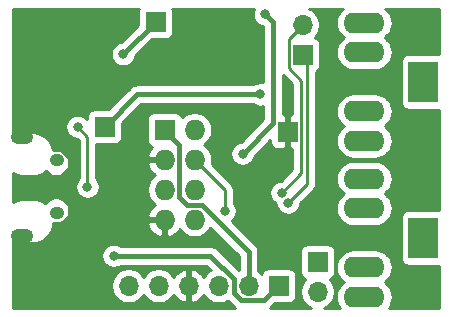
<source format=gbr>
G04 #@! TF.GenerationSoftware,KiCad,Pcbnew,5.1.6+dfsg1-1*
G04 #@! TF.CreationDate,2021-03-01T10:48:13-07:00*
G04 #@! TF.ProjectId,CurrentSensorV1,43757272-656e-4745-9365-6e736f725631,rev?*
G04 #@! TF.SameCoordinates,Original*
G04 #@! TF.FileFunction,Copper,L2,Bot*
G04 #@! TF.FilePolarity,Positive*
%FSLAX46Y46*%
G04 Gerber Fmt 4.6, Leading zero omitted, Abs format (unit mm)*
G04 Created by KiCad (PCBNEW 5.1.6+dfsg1-1) date 2021-03-01 10:48:13*
%MOMM*%
%LPD*%
G01*
G04 APERTURE LIST*
G04 #@! TA.AperFunction,ComponentPad*
%ADD10O,1.250000X1.050000*%
G04 #@! TD*
G04 #@! TA.AperFunction,ComponentPad*
%ADD11O,1.900000X1.200000*%
G04 #@! TD*
G04 #@! TA.AperFunction,ComponentPad*
%ADD12O,1.700000X1.700000*%
G04 #@! TD*
G04 #@! TA.AperFunction,ComponentPad*
%ADD13R,1.700000X1.700000*%
G04 #@! TD*
G04 #@! TA.AperFunction,ComponentPad*
%ADD14O,1.727200X1.727200*%
G04 #@! TD*
G04 #@! TA.AperFunction,ComponentPad*
%ADD15R,1.727200X1.727200*%
G04 #@! TD*
G04 #@! TA.AperFunction,ComponentPad*
%ADD16O,3.500000X1.750000*%
G04 #@! TD*
G04 #@! TA.AperFunction,ComponentPad*
%ADD17R,2.500000X3.500000*%
G04 #@! TD*
G04 #@! TA.AperFunction,ViaPad*
%ADD18C,0.800000*%
G04 #@! TD*
G04 #@! TA.AperFunction,Conductor*
%ADD19C,0.400000*%
G04 #@! TD*
G04 #@! TA.AperFunction,Conductor*
%ADD20C,0.250000*%
G04 #@! TD*
G04 #@! TA.AperFunction,Conductor*
%ADD21C,0.254000*%
G04 #@! TD*
G04 APERTURE END LIST*
D10*
G04 #@! TO.P,J1,SH*
G04 #@! TO.N,N/C*
X137231000Y-78801000D03*
D11*
X134231000Y-76851000D03*
X134231000Y-85201000D03*
D10*
X137231000Y-83251000D03*
G04 #@! TD*
D12*
G04 #@! TO.P,J6,2*
G04 #@! TO.N,AIN0*
X159258000Y-89916000D03*
D13*
G04 #@! TO.P,J6,1*
G04 #@! TO.N,AIN1*
X159258000Y-87376000D03*
G04 #@! TD*
D14*
G04 #@! TO.P,U2,8*
G04 #@! TO.N,FTDI_TX*
X148844000Y-83820000D03*
G04 #@! TO.P,U2,7*
G04 #@! TO.N,+3V3*
X146304000Y-83820000D03*
G04 #@! TO.P,U2,6*
G04 #@! TO.N,SDA*
X148844000Y-81280000D03*
G04 #@! TO.P,U2,5*
G04 #@! TO.N,RST*
X146304000Y-81280000D03*
G04 #@! TO.P,U2,4*
G04 #@! TO.N,SCL*
X148844000Y-78740000D03*
G04 #@! TO.P,U2,3*
G04 #@! TO.N,+3V3*
X146304000Y-78740000D03*
G04 #@! TO.P,U2,2*
G04 #@! TO.N,ADDR*
X148844000Y-76200000D03*
D15*
G04 #@! TO.P,U2,1*
G04 #@! TO.N,FTDI_RX*
X146304000Y-76200000D03*
G04 #@! TD*
D13*
G04 #@! TO.P,TP2,1*
G04 #@! TO.N,+3V3*
X156718000Y-76352000D03*
G04 #@! TD*
D16*
G04 #@! TO.P,J8,5*
G04 #@! TO.N,N/C*
X163214000Y-69636000D03*
G04 #@! TO.P,J8,4*
X163214000Y-74636000D03*
G04 #@! TO.P,J8,3*
G04 #@! TO.N,AIN3*
X163214000Y-67136000D03*
G04 #@! TO.P,J8,2*
G04 #@! TO.N,Net-(J8-Pad2)*
X163214000Y-77136000D03*
D17*
G04 #@! TO.P,J8,1*
G04 #@! TO.N,AIN2*
X168220000Y-72136000D03*
G04 #@! TD*
D16*
G04 #@! TO.P,J3,5*
G04 #@! TO.N,N/C*
X163214000Y-82844000D03*
G04 #@! TO.P,J3,4*
X163214000Y-87844000D03*
G04 #@! TO.P,J3,3*
G04 #@! TO.N,AIN1*
X163214000Y-80344000D03*
G04 #@! TO.P,J3,2*
G04 #@! TO.N,Net-(J3-Pad2)*
X163214000Y-90344000D03*
D17*
G04 #@! TO.P,J3,1*
G04 #@! TO.N,AIN0*
X168220000Y-85344000D03*
G04 #@! TD*
D13*
G04 #@! TO.P,TP3,1*
G04 #@! TO.N,ADDR*
X145542000Y-67056000D03*
G04 #@! TD*
G04 #@! TO.P,TP1,1*
G04 #@! TO.N,VBUS*
X141224000Y-75946000D03*
G04 #@! TD*
D12*
G04 #@! TO.P,J7,2*
G04 #@! TO.N,AIN2*
X157988000Y-67310000D03*
D13*
G04 #@! TO.P,J7,1*
G04 #@! TO.N,AIN3*
X157988000Y-69850000D03*
G04 #@! TD*
D12*
G04 #@! TO.P,J2,6*
G04 #@! TO.N,ADDR*
X143256000Y-89408000D03*
G04 #@! TO.P,J2,5*
G04 #@! TO.N,Net-(J2-Pad5)*
X145796000Y-89408000D03*
G04 #@! TO.P,J2,4*
G04 #@! TO.N,+3V3*
X148336000Y-89408000D03*
G04 #@! TO.P,J2,3*
G04 #@! TO.N,FTDI_TX*
X150876000Y-89408000D03*
G04 #@! TO.P,J2,2*
G04 #@! TO.N,FTDI_RX*
X153416000Y-89408000D03*
D13*
G04 #@! TO.P,J2,1*
G04 #@! TO.N,Net-(C6-Pad2)*
X155956000Y-89408000D03*
G04 #@! TD*
D18*
G04 #@! TO.N,VBUS*
X154418000Y-73202000D03*
G04 #@! TO.N,SCL*
X151384000Y-83058000D03*
G04 #@! TO.N,SDA*
X152908000Y-78232000D03*
X154787996Y-66425999D03*
G04 #@! TO.N,ADDR*
X142792000Y-69806000D03*
X138938000Y-75946000D03*
X139778500Y-81026000D03*
G04 #@! TO.N,Net-(C6-Pad2)*
X141986000Y-86868000D03*
G04 #@! TO.N,AIN2*
X156210000Y-81534000D03*
G04 #@! TO.N,AIN3*
X156764701Y-82366051D03*
G04 #@! TD*
D19*
G04 #@! TO.N,VBUS*
X143968000Y-73202000D02*
X154418000Y-73202000D01*
X141224000Y-75946000D02*
X143968000Y-73202000D01*
D20*
G04 #@! TO.N,SCL*
X151384000Y-81280000D02*
X148844000Y-78740000D01*
X151384000Y-83058000D02*
X151384000Y-81280000D01*
D19*
G04 #@! TO.N,SDA*
X155467999Y-67106002D02*
X154787996Y-66425999D01*
X155467999Y-75672001D02*
X155467999Y-67106002D01*
X152908000Y-78232000D02*
X155467999Y-75672001D01*
G04 #@! TO.N,ADDR*
X149352000Y-76104544D02*
X149352000Y-75946000D01*
X145542000Y-67056000D02*
X142792000Y-69806000D01*
D20*
X139778500Y-76786500D02*
X139778500Y-81026000D01*
X138938000Y-75946000D02*
X139778500Y-76786500D01*
D19*
G04 #@! TO.N,Net-(C6-Pad2)*
X152815999Y-90658001D02*
X154705999Y-90658001D01*
X152165999Y-90008001D02*
X152815999Y-90658001D01*
X152165999Y-88847997D02*
X152165999Y-90008001D01*
X150186002Y-86868000D02*
X152165999Y-88847997D01*
X154705999Y-90658001D02*
X155956000Y-89408000D01*
X141986000Y-86868000D02*
X150186002Y-86868000D01*
G04 #@! TO.N,FTDI_RX*
X147567601Y-77463601D02*
X146304000Y-76200000D01*
X147567601Y-81873731D02*
X147567601Y-77463601D01*
X148237471Y-82543601D02*
X147567601Y-81873731D01*
X149437731Y-82543601D02*
X148237471Y-82543601D01*
X153416000Y-86521870D02*
X149437731Y-82543601D01*
X153416000Y-89408000D02*
X153416000Y-86521870D01*
D20*
G04 #@! TO.N,AIN2*
X156812999Y-68485001D02*
X157988000Y-67310000D01*
X156812999Y-70960001D02*
X156812999Y-68485001D01*
X157893001Y-72040003D02*
X156812999Y-70960001D01*
X157893001Y-79850999D02*
X157893001Y-72040003D01*
X156210000Y-81534000D02*
X157893001Y-79850999D01*
G04 #@! TO.N,AIN3*
X158343011Y-80787741D02*
X156764701Y-82366051D01*
X158343011Y-70205011D02*
X158343011Y-80787741D01*
X157988000Y-69850000D02*
X158343011Y-70205011D01*
G04 #@! TD*
D21*
G04 #@! TO.N,+3V3*
G36*
X144102498Y-65961820D02*
G01*
X144066188Y-66081518D01*
X144053928Y-66206000D01*
X144053928Y-67363204D01*
X142635225Y-68781907D01*
X142490102Y-68810774D01*
X142301744Y-68888795D01*
X142132226Y-69002063D01*
X141988063Y-69146226D01*
X141874795Y-69315744D01*
X141796774Y-69504102D01*
X141757000Y-69704061D01*
X141757000Y-69907939D01*
X141796774Y-70107898D01*
X141874795Y-70296256D01*
X141988063Y-70465774D01*
X142132226Y-70609937D01*
X142301744Y-70723205D01*
X142490102Y-70801226D01*
X142690061Y-70841000D01*
X142893939Y-70841000D01*
X143093898Y-70801226D01*
X143282256Y-70723205D01*
X143451774Y-70609937D01*
X143595937Y-70465774D01*
X143709205Y-70296256D01*
X143787226Y-70107898D01*
X143816093Y-69962775D01*
X145234796Y-68544072D01*
X146392000Y-68544072D01*
X146516482Y-68531812D01*
X146636180Y-68495502D01*
X146746494Y-68436537D01*
X146843185Y-68357185D01*
X146922537Y-68260494D01*
X146981502Y-68150180D01*
X147017812Y-68030482D01*
X147030072Y-67906000D01*
X147030072Y-66206000D01*
X147017812Y-66081518D01*
X146981502Y-65961820D01*
X146968770Y-65938000D01*
X153869856Y-65938000D01*
X153792770Y-66124101D01*
X153752996Y-66324060D01*
X153752996Y-66527938D01*
X153792770Y-66727897D01*
X153870791Y-66916255D01*
X153984059Y-67085773D01*
X154128222Y-67229936D01*
X154297740Y-67343204D01*
X154486098Y-67421225D01*
X154631221Y-67450092D01*
X154633000Y-67451871D01*
X154632999Y-72189489D01*
X154519939Y-72167000D01*
X154316061Y-72167000D01*
X154116102Y-72206774D01*
X153927744Y-72284795D01*
X153804715Y-72367000D01*
X144009018Y-72367000D01*
X143967999Y-72362960D01*
X143926981Y-72367000D01*
X143804311Y-72379082D01*
X143646913Y-72426828D01*
X143501854Y-72504364D01*
X143374709Y-72608709D01*
X143348559Y-72640573D01*
X141531205Y-74457928D01*
X140374000Y-74457928D01*
X140249518Y-74470188D01*
X140129820Y-74506498D01*
X140019506Y-74565463D01*
X139922815Y-74644815D01*
X139843463Y-74741506D01*
X139784498Y-74851820D01*
X139748188Y-74971518D01*
X139735928Y-75096000D01*
X139735928Y-75280217D01*
X139597774Y-75142063D01*
X139428256Y-75028795D01*
X139239898Y-74950774D01*
X139039939Y-74911000D01*
X138836061Y-74911000D01*
X138636102Y-74950774D01*
X138447744Y-75028795D01*
X138278226Y-75142063D01*
X138134063Y-75286226D01*
X138020795Y-75455744D01*
X137942774Y-75644102D01*
X137903000Y-75844061D01*
X137903000Y-76047939D01*
X137942774Y-76247898D01*
X138020795Y-76436256D01*
X138134063Y-76605774D01*
X138278226Y-76749937D01*
X138447744Y-76863205D01*
X138636102Y-76941226D01*
X138836061Y-76981000D01*
X138898198Y-76981000D01*
X139018500Y-77101303D01*
X139018501Y-80322288D01*
X138974563Y-80366226D01*
X138861295Y-80535744D01*
X138783274Y-80724102D01*
X138743500Y-80924061D01*
X138743500Y-81127939D01*
X138783274Y-81327898D01*
X138861295Y-81516256D01*
X138974563Y-81685774D01*
X139118726Y-81829937D01*
X139288244Y-81943205D01*
X139476602Y-82021226D01*
X139676561Y-82061000D01*
X139880439Y-82061000D01*
X140080398Y-82021226D01*
X140268756Y-81943205D01*
X140438274Y-81829937D01*
X140582437Y-81685774D01*
X140695705Y-81516256D01*
X140773726Y-81327898D01*
X140813500Y-81127939D01*
X140813500Y-80924061D01*
X140773726Y-80724102D01*
X140695705Y-80535744D01*
X140582437Y-80366226D01*
X140538500Y-80322289D01*
X140538500Y-77434072D01*
X142074000Y-77434072D01*
X142198482Y-77421812D01*
X142318180Y-77385502D01*
X142428494Y-77326537D01*
X142525185Y-77247185D01*
X142604537Y-77150494D01*
X142663502Y-77040180D01*
X142699812Y-76920482D01*
X142712072Y-76796000D01*
X142712072Y-75638795D01*
X144313868Y-74037000D01*
X153804715Y-74037000D01*
X153927744Y-74119205D01*
X154116102Y-74197226D01*
X154316061Y-74237000D01*
X154519939Y-74237000D01*
X154632999Y-74214511D01*
X154632999Y-75326133D01*
X152751225Y-77207907D01*
X152606102Y-77236774D01*
X152417744Y-77314795D01*
X152248226Y-77428063D01*
X152104063Y-77572226D01*
X151990795Y-77741744D01*
X151912774Y-77930102D01*
X151873000Y-78130061D01*
X151873000Y-78333939D01*
X151912774Y-78533898D01*
X151990795Y-78722256D01*
X152104063Y-78891774D01*
X152248226Y-79035937D01*
X152417744Y-79149205D01*
X152606102Y-79227226D01*
X152806061Y-79267000D01*
X153009939Y-79267000D01*
X153209898Y-79227226D01*
X153398256Y-79149205D01*
X153567774Y-79035937D01*
X153711937Y-78891774D01*
X153825205Y-78722256D01*
X153903226Y-78533898D01*
X153932093Y-78388775D01*
X155230536Y-77090332D01*
X155229928Y-77202000D01*
X155242188Y-77326482D01*
X155278498Y-77446180D01*
X155337463Y-77556494D01*
X155416815Y-77653185D01*
X155513506Y-77732537D01*
X155623820Y-77791502D01*
X155743518Y-77827812D01*
X155868000Y-77840072D01*
X156432250Y-77837000D01*
X156591000Y-77678250D01*
X156591000Y-76479000D01*
X156571000Y-76479000D01*
X156571000Y-76225000D01*
X156591000Y-76225000D01*
X156591000Y-75025750D01*
X156432250Y-74867000D01*
X156302999Y-74866296D01*
X156302999Y-71524802D01*
X157133002Y-72354807D01*
X157133002Y-74866296D01*
X157003750Y-74867000D01*
X156845000Y-75025750D01*
X156845000Y-76225000D01*
X156865000Y-76225000D01*
X156865000Y-76479000D01*
X156845000Y-76479000D01*
X156845000Y-77678250D01*
X157003750Y-77837000D01*
X157133001Y-77837704D01*
X157133001Y-79536197D01*
X156170199Y-80499000D01*
X156108061Y-80499000D01*
X155908102Y-80538774D01*
X155719744Y-80616795D01*
X155550226Y-80730063D01*
X155406063Y-80874226D01*
X155292795Y-81043744D01*
X155214774Y-81232102D01*
X155175000Y-81432061D01*
X155175000Y-81635939D01*
X155214774Y-81835898D01*
X155292795Y-82024256D01*
X155406063Y-82193774D01*
X155550226Y-82337937D01*
X155719744Y-82451205D01*
X155729701Y-82455329D01*
X155729701Y-82467990D01*
X155769475Y-82667949D01*
X155847496Y-82856307D01*
X155960764Y-83025825D01*
X156104927Y-83169988D01*
X156274445Y-83283256D01*
X156462803Y-83361277D01*
X156662762Y-83401051D01*
X156866640Y-83401051D01*
X157066599Y-83361277D01*
X157254957Y-83283256D01*
X157424475Y-83169988D01*
X157568638Y-83025825D01*
X157681906Y-82856307D01*
X157759927Y-82667949D01*
X157799701Y-82467990D01*
X157799701Y-82405853D01*
X158854019Y-81351536D01*
X158883012Y-81327742D01*
X158906806Y-81298749D01*
X158906810Y-81298745D01*
X158977984Y-81212018D01*
X158991373Y-81186970D01*
X159048557Y-81079988D01*
X159092014Y-80936727D01*
X159103011Y-80825074D01*
X159103011Y-80825065D01*
X159106687Y-80787742D01*
X159103011Y-80750419D01*
X159103011Y-80344000D01*
X160821694Y-80344000D01*
X160850849Y-80640012D01*
X160937192Y-80924648D01*
X161077406Y-81186970D01*
X161266103Y-81416897D01*
X161481903Y-81594000D01*
X161266103Y-81771103D01*
X161077406Y-82001030D01*
X160937192Y-82263352D01*
X160850849Y-82547988D01*
X160821694Y-82844000D01*
X160850849Y-83140012D01*
X160937192Y-83424648D01*
X161077406Y-83686970D01*
X161266103Y-83916897D01*
X161496030Y-84105594D01*
X161758352Y-84245808D01*
X162042988Y-84332151D01*
X162264822Y-84354000D01*
X164163178Y-84354000D01*
X164385012Y-84332151D01*
X164669648Y-84245808D01*
X164931970Y-84105594D01*
X165161897Y-83916897D01*
X165350594Y-83686970D01*
X165490808Y-83424648D01*
X165577151Y-83140012D01*
X165606306Y-82844000D01*
X165577151Y-82547988D01*
X165490808Y-82263352D01*
X165350594Y-82001030D01*
X165161897Y-81771103D01*
X164946097Y-81594000D01*
X165161897Y-81416897D01*
X165350594Y-81186970D01*
X165490808Y-80924648D01*
X165577151Y-80640012D01*
X165606306Y-80344000D01*
X165577151Y-80047988D01*
X165490808Y-79763352D01*
X165350594Y-79501030D01*
X165161897Y-79271103D01*
X164931970Y-79082406D01*
X164669648Y-78942192D01*
X164385012Y-78855849D01*
X164163178Y-78834000D01*
X162264822Y-78834000D01*
X162042988Y-78855849D01*
X161758352Y-78942192D01*
X161496030Y-79082406D01*
X161266103Y-79271103D01*
X161077406Y-79501030D01*
X160937192Y-79763352D01*
X160850849Y-80047988D01*
X160821694Y-80344000D01*
X159103011Y-80344000D01*
X159103011Y-74636000D01*
X160821694Y-74636000D01*
X160850849Y-74932012D01*
X160937192Y-75216648D01*
X161077406Y-75478970D01*
X161266103Y-75708897D01*
X161481903Y-75886000D01*
X161266103Y-76063103D01*
X161077406Y-76293030D01*
X160937192Y-76555352D01*
X160850849Y-76839988D01*
X160821694Y-77136000D01*
X160850849Y-77432012D01*
X160937192Y-77716648D01*
X161077406Y-77978970D01*
X161266103Y-78208897D01*
X161496030Y-78397594D01*
X161758352Y-78537808D01*
X162042988Y-78624151D01*
X162264822Y-78646000D01*
X164163178Y-78646000D01*
X164385012Y-78624151D01*
X164669648Y-78537808D01*
X164931970Y-78397594D01*
X165161897Y-78208897D01*
X165350594Y-77978970D01*
X165490808Y-77716648D01*
X165577151Y-77432012D01*
X165606306Y-77136000D01*
X165577151Y-76839988D01*
X165490808Y-76555352D01*
X165350594Y-76293030D01*
X165161897Y-76063103D01*
X164946097Y-75886000D01*
X165161897Y-75708897D01*
X165350594Y-75478970D01*
X165490808Y-75216648D01*
X165577151Y-74932012D01*
X165606306Y-74636000D01*
X165577151Y-74339988D01*
X165490808Y-74055352D01*
X165350594Y-73793030D01*
X165161897Y-73563103D01*
X164931970Y-73374406D01*
X164669648Y-73234192D01*
X164385012Y-73147849D01*
X164163178Y-73126000D01*
X162264822Y-73126000D01*
X162042988Y-73147849D01*
X161758352Y-73234192D01*
X161496030Y-73374406D01*
X161266103Y-73563103D01*
X161077406Y-73793030D01*
X160937192Y-74055352D01*
X160850849Y-74339988D01*
X160821694Y-74636000D01*
X159103011Y-74636000D01*
X159103011Y-71278367D01*
X159192494Y-71230537D01*
X159289185Y-71151185D01*
X159368537Y-71054494D01*
X159427502Y-70944180D01*
X159463812Y-70824482D01*
X159476072Y-70700000D01*
X159476072Y-69000000D01*
X159463812Y-68875518D01*
X159427502Y-68755820D01*
X159368537Y-68645506D01*
X159289185Y-68548815D01*
X159192494Y-68469463D01*
X159082180Y-68410498D01*
X159009620Y-68388487D01*
X159141475Y-68256632D01*
X159303990Y-68013411D01*
X159415932Y-67743158D01*
X159473000Y-67456260D01*
X159473000Y-67163740D01*
X159415932Y-66876842D01*
X159303990Y-66606589D01*
X159141475Y-66363368D01*
X158934632Y-66156525D01*
X158691411Y-65994010D01*
X158556190Y-65938000D01*
X161418541Y-65938000D01*
X161266103Y-66063103D01*
X161077406Y-66293030D01*
X160937192Y-66555352D01*
X160850849Y-66839988D01*
X160821694Y-67136000D01*
X160850849Y-67432012D01*
X160937192Y-67716648D01*
X161077406Y-67978970D01*
X161266103Y-68208897D01*
X161481903Y-68386000D01*
X161266103Y-68563103D01*
X161077406Y-68793030D01*
X160937192Y-69055352D01*
X160850849Y-69339988D01*
X160821694Y-69636000D01*
X160850849Y-69932012D01*
X160937192Y-70216648D01*
X161077406Y-70478970D01*
X161266103Y-70708897D01*
X161496030Y-70897594D01*
X161758352Y-71037808D01*
X162042988Y-71124151D01*
X162264822Y-71146000D01*
X164163178Y-71146000D01*
X164385012Y-71124151D01*
X164669648Y-71037808D01*
X164931970Y-70897594D01*
X165161897Y-70708897D01*
X165350594Y-70478970D01*
X165490808Y-70216648D01*
X165577151Y-69932012D01*
X165606306Y-69636000D01*
X165577151Y-69339988D01*
X165490808Y-69055352D01*
X165350594Y-68793030D01*
X165161897Y-68563103D01*
X164946097Y-68386000D01*
X165161897Y-68208897D01*
X165350594Y-67978970D01*
X165490808Y-67716648D01*
X165577151Y-67432012D01*
X165606306Y-67136000D01*
X165577151Y-66839988D01*
X165490808Y-66555352D01*
X165350594Y-66293030D01*
X165161897Y-66063103D01*
X165009459Y-65938000D01*
X169520001Y-65938000D01*
X169520001Y-69752852D01*
X169470000Y-69747928D01*
X166970000Y-69747928D01*
X166845518Y-69760188D01*
X166725820Y-69796498D01*
X166615506Y-69855463D01*
X166518815Y-69934815D01*
X166439463Y-70031506D01*
X166380498Y-70141820D01*
X166344188Y-70261518D01*
X166331928Y-70386000D01*
X166331928Y-73886000D01*
X166344188Y-74010482D01*
X166380498Y-74130180D01*
X166439463Y-74240494D01*
X166518815Y-74337185D01*
X166615506Y-74416537D01*
X166725820Y-74475502D01*
X166845518Y-74511812D01*
X166970000Y-74524072D01*
X169470000Y-74524072D01*
X169520001Y-74519148D01*
X169520000Y-82960852D01*
X169470000Y-82955928D01*
X166970000Y-82955928D01*
X166845518Y-82968188D01*
X166725820Y-83004498D01*
X166615506Y-83063463D01*
X166518815Y-83142815D01*
X166439463Y-83239506D01*
X166380498Y-83349820D01*
X166344188Y-83469518D01*
X166331928Y-83594000D01*
X166331928Y-87094000D01*
X166344188Y-87218482D01*
X166380498Y-87338180D01*
X166439463Y-87448494D01*
X166518815Y-87545185D01*
X166615506Y-87624537D01*
X166725820Y-87683502D01*
X166845518Y-87719812D01*
X166970000Y-87732072D01*
X169470000Y-87732072D01*
X169520000Y-87727148D01*
X169520000Y-91288000D01*
X165267680Y-91288000D01*
X165350594Y-91186970D01*
X165490808Y-90924648D01*
X165577151Y-90640012D01*
X165606306Y-90344000D01*
X165577151Y-90047988D01*
X165490808Y-89763352D01*
X165350594Y-89501030D01*
X165161897Y-89271103D01*
X164946097Y-89094000D01*
X165161897Y-88916897D01*
X165350594Y-88686970D01*
X165490808Y-88424648D01*
X165577151Y-88140012D01*
X165606306Y-87844000D01*
X165577151Y-87547988D01*
X165490808Y-87263352D01*
X165350594Y-87001030D01*
X165161897Y-86771103D01*
X164931970Y-86582406D01*
X164669648Y-86442192D01*
X164385012Y-86355849D01*
X164163178Y-86334000D01*
X162264822Y-86334000D01*
X162042988Y-86355849D01*
X161758352Y-86442192D01*
X161496030Y-86582406D01*
X161266103Y-86771103D01*
X161077406Y-87001030D01*
X160937192Y-87263352D01*
X160850849Y-87547988D01*
X160821694Y-87844000D01*
X160850849Y-88140012D01*
X160937192Y-88424648D01*
X161077406Y-88686970D01*
X161266103Y-88916897D01*
X161481903Y-89094000D01*
X161266103Y-89271103D01*
X161077406Y-89501030D01*
X160937192Y-89763352D01*
X160850849Y-90047988D01*
X160821694Y-90344000D01*
X160850849Y-90640012D01*
X160937192Y-90924648D01*
X161077406Y-91186970D01*
X161160320Y-91288000D01*
X159826190Y-91288000D01*
X159961411Y-91231990D01*
X160204632Y-91069475D01*
X160411475Y-90862632D01*
X160573990Y-90619411D01*
X160685932Y-90349158D01*
X160743000Y-90062260D01*
X160743000Y-89769740D01*
X160685932Y-89482842D01*
X160573990Y-89212589D01*
X160411475Y-88969368D01*
X160279620Y-88837513D01*
X160352180Y-88815502D01*
X160462494Y-88756537D01*
X160559185Y-88677185D01*
X160638537Y-88580494D01*
X160697502Y-88470180D01*
X160733812Y-88350482D01*
X160746072Y-88226000D01*
X160746072Y-86526000D01*
X160733812Y-86401518D01*
X160697502Y-86281820D01*
X160638537Y-86171506D01*
X160559185Y-86074815D01*
X160462494Y-85995463D01*
X160352180Y-85936498D01*
X160232482Y-85900188D01*
X160108000Y-85887928D01*
X158408000Y-85887928D01*
X158283518Y-85900188D01*
X158163820Y-85936498D01*
X158053506Y-85995463D01*
X157956815Y-86074815D01*
X157877463Y-86171506D01*
X157818498Y-86281820D01*
X157782188Y-86401518D01*
X157769928Y-86526000D01*
X157769928Y-88226000D01*
X157782188Y-88350482D01*
X157818498Y-88470180D01*
X157877463Y-88580494D01*
X157956815Y-88677185D01*
X158053506Y-88756537D01*
X158163820Y-88815502D01*
X158236380Y-88837513D01*
X158104525Y-88969368D01*
X157942010Y-89212589D01*
X157830068Y-89482842D01*
X157773000Y-89769740D01*
X157773000Y-90062260D01*
X157830068Y-90349158D01*
X157942010Y-90619411D01*
X158104525Y-90862632D01*
X158311368Y-91069475D01*
X158554589Y-91231990D01*
X158689810Y-91288000D01*
X155254561Y-91288000D01*
X155299290Y-91251292D01*
X155325445Y-91219422D01*
X155648795Y-90896072D01*
X156806000Y-90896072D01*
X156930482Y-90883812D01*
X157050180Y-90847502D01*
X157160494Y-90788537D01*
X157257185Y-90709185D01*
X157336537Y-90612494D01*
X157395502Y-90502180D01*
X157431812Y-90382482D01*
X157444072Y-90258000D01*
X157444072Y-88558000D01*
X157431812Y-88433518D01*
X157395502Y-88313820D01*
X157336537Y-88203506D01*
X157257185Y-88106815D01*
X157160494Y-88027463D01*
X157050180Y-87968498D01*
X156930482Y-87932188D01*
X156806000Y-87919928D01*
X155106000Y-87919928D01*
X154981518Y-87932188D01*
X154861820Y-87968498D01*
X154751506Y-88027463D01*
X154654815Y-88106815D01*
X154575463Y-88203506D01*
X154516498Y-88313820D01*
X154494487Y-88386380D01*
X154362632Y-88254525D01*
X154251000Y-88179935D01*
X154251000Y-86562888D01*
X154255040Y-86521870D01*
X154238918Y-86358181D01*
X154191172Y-86200783D01*
X154113636Y-86055724D01*
X154064181Y-85995463D01*
X154009291Y-85928579D01*
X153977427Y-85902429D01*
X151979728Y-83904731D01*
X152043774Y-83861937D01*
X152187937Y-83717774D01*
X152301205Y-83548256D01*
X152379226Y-83359898D01*
X152419000Y-83159939D01*
X152419000Y-82956061D01*
X152379226Y-82756102D01*
X152301205Y-82567744D01*
X152187937Y-82398226D01*
X152144000Y-82354289D01*
X152144000Y-81317322D01*
X152147676Y-81279999D01*
X152144000Y-81242676D01*
X152144000Y-81242667D01*
X152133003Y-81131014D01*
X152089546Y-80987753D01*
X152018974Y-80855724D01*
X151963183Y-80787742D01*
X151947799Y-80768996D01*
X151947795Y-80768992D01*
X151924001Y-80739999D01*
X151895008Y-80716205D01*
X150296776Y-79117974D01*
X150342600Y-78887599D01*
X150342600Y-78592401D01*
X150285010Y-78302875D01*
X150172042Y-78030147D01*
X150008039Y-77784698D01*
X149799302Y-77575961D01*
X149640719Y-77470000D01*
X149799302Y-77364039D01*
X150008039Y-77155302D01*
X150172042Y-76909853D01*
X150285010Y-76637125D01*
X150342600Y-76347599D01*
X150342600Y-76052401D01*
X150285010Y-75762875D01*
X150172042Y-75490147D01*
X150008039Y-75244698D01*
X149799302Y-75035961D01*
X149553853Y-74871958D01*
X149281125Y-74758990D01*
X148991599Y-74701400D01*
X148696401Y-74701400D01*
X148406875Y-74758990D01*
X148134147Y-74871958D01*
X147888698Y-75035961D01*
X147774636Y-75150023D01*
X147757102Y-75092220D01*
X147698137Y-74981906D01*
X147618785Y-74885215D01*
X147522094Y-74805863D01*
X147411780Y-74746898D01*
X147292082Y-74710588D01*
X147167600Y-74698328D01*
X145440400Y-74698328D01*
X145315918Y-74710588D01*
X145196220Y-74746898D01*
X145085906Y-74805863D01*
X144989215Y-74885215D01*
X144909863Y-74981906D01*
X144850898Y-75092220D01*
X144814588Y-75211918D01*
X144802328Y-75336400D01*
X144802328Y-77063600D01*
X144814588Y-77188082D01*
X144850898Y-77307780D01*
X144909863Y-77418094D01*
X144989215Y-77514785D01*
X145085906Y-77594137D01*
X145196220Y-77653102D01*
X145260574Y-77672624D01*
X145197146Y-77729707D01*
X145021316Y-77965056D01*
X144894778Y-78230186D01*
X144849042Y-78380974D01*
X144970183Y-78613000D01*
X146177000Y-78613000D01*
X146177000Y-78593000D01*
X146431000Y-78593000D01*
X146431000Y-78613000D01*
X146451000Y-78613000D01*
X146451000Y-78867000D01*
X146431000Y-78867000D01*
X146431000Y-78887000D01*
X146177000Y-78887000D01*
X146177000Y-78867000D01*
X144970183Y-78867000D01*
X144849042Y-79099026D01*
X144894778Y-79249814D01*
X145021316Y-79514944D01*
X145197146Y-79750293D01*
X145415512Y-79946817D01*
X145514103Y-80005441D01*
X145348698Y-80115961D01*
X145139961Y-80324698D01*
X144975958Y-80570147D01*
X144862990Y-80842875D01*
X144805400Y-81132401D01*
X144805400Y-81427599D01*
X144862990Y-81717125D01*
X144975958Y-81989853D01*
X145139961Y-82235302D01*
X145348698Y-82444039D01*
X145514103Y-82554559D01*
X145415512Y-82613183D01*
X145197146Y-82809707D01*
X145021316Y-83045056D01*
X144894778Y-83310186D01*
X144849042Y-83460974D01*
X144970183Y-83693000D01*
X146177000Y-83693000D01*
X146177000Y-83673000D01*
X146431000Y-83673000D01*
X146431000Y-83693000D01*
X146451000Y-83693000D01*
X146451000Y-83947000D01*
X146431000Y-83947000D01*
X146431000Y-85154464D01*
X146663027Y-85274963D01*
X146939978Y-85176964D01*
X147192488Y-85026817D01*
X147410854Y-84830293D01*
X147572308Y-84614187D01*
X147679961Y-84775302D01*
X147888698Y-84984039D01*
X148134147Y-85148042D01*
X148406875Y-85261010D01*
X148696401Y-85318600D01*
X148991599Y-85318600D01*
X149281125Y-85261010D01*
X149553853Y-85148042D01*
X149799302Y-84984039D01*
X150008039Y-84775302D01*
X150172042Y-84529853D01*
X150192859Y-84479596D01*
X152581001Y-86867739D01*
X152581000Y-88082130D01*
X150805448Y-86306579D01*
X150779293Y-86274709D01*
X150652148Y-86170364D01*
X150507089Y-86092828D01*
X150349691Y-86045082D01*
X150227021Y-86033000D01*
X150227020Y-86033000D01*
X150186002Y-86028960D01*
X150144984Y-86033000D01*
X142599285Y-86033000D01*
X142476256Y-85950795D01*
X142287898Y-85872774D01*
X142087939Y-85833000D01*
X141884061Y-85833000D01*
X141684102Y-85872774D01*
X141495744Y-85950795D01*
X141326226Y-86064063D01*
X141182063Y-86208226D01*
X141068795Y-86377744D01*
X140990774Y-86566102D01*
X140951000Y-86766061D01*
X140951000Y-86969939D01*
X140990774Y-87169898D01*
X141068795Y-87358256D01*
X141182063Y-87527774D01*
X141326226Y-87671937D01*
X141495744Y-87785205D01*
X141684102Y-87863226D01*
X141884061Y-87903000D01*
X142087939Y-87903000D01*
X142287898Y-87863226D01*
X142476256Y-87785205D01*
X142599285Y-87703000D01*
X149840135Y-87703000D01*
X150212580Y-88075445D01*
X150172589Y-88092010D01*
X149929368Y-88254525D01*
X149722525Y-88461368D01*
X149600805Y-88643534D01*
X149531178Y-88526645D01*
X149336269Y-88310412D01*
X149102920Y-88136359D01*
X148840099Y-88011175D01*
X148692890Y-87966524D01*
X148463000Y-88087845D01*
X148463000Y-89281000D01*
X148483000Y-89281000D01*
X148483000Y-89535000D01*
X148463000Y-89535000D01*
X148463000Y-90728155D01*
X148692890Y-90849476D01*
X148840099Y-90804825D01*
X149102920Y-90679641D01*
X149336269Y-90505588D01*
X149531178Y-90289355D01*
X149600805Y-90172466D01*
X149722525Y-90354632D01*
X149929368Y-90561475D01*
X150172589Y-90723990D01*
X150442842Y-90835932D01*
X150729740Y-90893000D01*
X151022260Y-90893000D01*
X151309158Y-90835932D01*
X151579411Y-90723990D01*
X151652371Y-90675240D01*
X152196562Y-91219432D01*
X152222708Y-91251292D01*
X152254567Y-91277438D01*
X152254569Y-91277440D01*
X152267436Y-91288000D01*
X133502000Y-91288000D01*
X133502000Y-89261740D01*
X141771000Y-89261740D01*
X141771000Y-89554260D01*
X141828068Y-89841158D01*
X141940010Y-90111411D01*
X142102525Y-90354632D01*
X142309368Y-90561475D01*
X142552589Y-90723990D01*
X142822842Y-90835932D01*
X143109740Y-90893000D01*
X143402260Y-90893000D01*
X143689158Y-90835932D01*
X143959411Y-90723990D01*
X144202632Y-90561475D01*
X144409475Y-90354632D01*
X144526000Y-90180240D01*
X144642525Y-90354632D01*
X144849368Y-90561475D01*
X145092589Y-90723990D01*
X145362842Y-90835932D01*
X145649740Y-90893000D01*
X145942260Y-90893000D01*
X146229158Y-90835932D01*
X146499411Y-90723990D01*
X146742632Y-90561475D01*
X146949475Y-90354632D01*
X147071195Y-90172466D01*
X147140822Y-90289355D01*
X147335731Y-90505588D01*
X147569080Y-90679641D01*
X147831901Y-90804825D01*
X147979110Y-90849476D01*
X148209000Y-90728155D01*
X148209000Y-89535000D01*
X148189000Y-89535000D01*
X148189000Y-89281000D01*
X148209000Y-89281000D01*
X148209000Y-88087845D01*
X147979110Y-87966524D01*
X147831901Y-88011175D01*
X147569080Y-88136359D01*
X147335731Y-88310412D01*
X147140822Y-88526645D01*
X147071195Y-88643534D01*
X146949475Y-88461368D01*
X146742632Y-88254525D01*
X146499411Y-88092010D01*
X146229158Y-87980068D01*
X145942260Y-87923000D01*
X145649740Y-87923000D01*
X145362842Y-87980068D01*
X145092589Y-88092010D01*
X144849368Y-88254525D01*
X144642525Y-88461368D01*
X144526000Y-88635760D01*
X144409475Y-88461368D01*
X144202632Y-88254525D01*
X143959411Y-88092010D01*
X143689158Y-87980068D01*
X143402260Y-87923000D01*
X143109740Y-87923000D01*
X142822842Y-87980068D01*
X142552589Y-88092010D01*
X142309368Y-88254525D01*
X142102525Y-88461368D01*
X141940010Y-88704589D01*
X141828068Y-88974842D01*
X141771000Y-89261740D01*
X133502000Y-89261740D01*
X133502000Y-85533196D01*
X133780652Y-85682139D01*
X134135976Y-85789925D01*
X134412903Y-85817200D01*
X135098097Y-85817200D01*
X135375024Y-85789925D01*
X135730348Y-85682139D01*
X136057817Y-85507103D01*
X136344845Y-85271545D01*
X136580403Y-84984517D01*
X136755439Y-84657048D01*
X136863225Y-84301724D01*
X136875309Y-84179026D01*
X144849042Y-84179026D01*
X144894778Y-84329814D01*
X145021316Y-84594944D01*
X145197146Y-84830293D01*
X145415512Y-85026817D01*
X145668022Y-85176964D01*
X145944973Y-85274963D01*
X146177000Y-85154464D01*
X146177000Y-83947000D01*
X144970183Y-83947000D01*
X144849042Y-84179026D01*
X136875309Y-84179026D01*
X136881788Y-84113247D01*
X136996175Y-84136000D01*
X137214825Y-84136000D01*
X137429275Y-84093343D01*
X137631282Y-84009669D01*
X137813084Y-83888193D01*
X137967693Y-83733584D01*
X138089169Y-83551782D01*
X138172843Y-83349775D01*
X138215500Y-83135325D01*
X138215500Y-82916675D01*
X138172843Y-82702225D01*
X138089169Y-82500218D01*
X137967693Y-82318416D01*
X137813084Y-82163807D01*
X137631282Y-82042331D01*
X137429275Y-81958657D01*
X137214825Y-81916000D01*
X136996175Y-81916000D01*
X136781725Y-81958657D01*
X136579718Y-82042331D01*
X136397916Y-82163807D01*
X136243307Y-82318416D01*
X136160836Y-82441843D01*
X136057817Y-82357297D01*
X135730348Y-82182261D01*
X135375024Y-82074475D01*
X135098097Y-82047200D01*
X134412903Y-82047200D01*
X134135976Y-82074475D01*
X133780652Y-82182261D01*
X133502000Y-82331204D01*
X133502000Y-79873196D01*
X133780652Y-80022139D01*
X134135976Y-80129925D01*
X134412903Y-80157200D01*
X135098097Y-80157200D01*
X135375024Y-80129925D01*
X135730348Y-80022139D01*
X136057817Y-79847103D01*
X136226603Y-79708584D01*
X136243307Y-79733584D01*
X136397916Y-79888193D01*
X136579718Y-80009669D01*
X136781725Y-80093343D01*
X136996175Y-80136000D01*
X137214825Y-80136000D01*
X137429275Y-80093343D01*
X137631282Y-80009669D01*
X137813084Y-79888193D01*
X137967693Y-79733584D01*
X138089169Y-79551782D01*
X138172843Y-79349775D01*
X138215500Y-79135325D01*
X138215500Y-78916675D01*
X138172843Y-78702225D01*
X138089169Y-78500218D01*
X137967693Y-78318416D01*
X137813084Y-78163807D01*
X137631282Y-78042331D01*
X137429275Y-77958657D01*
X137214825Y-77916000D01*
X136996175Y-77916000D01*
X136867067Y-77941681D01*
X136863225Y-77902676D01*
X136755439Y-77547352D01*
X136580403Y-77219883D01*
X136344845Y-76932855D01*
X136057817Y-76697297D01*
X135730348Y-76522261D01*
X135375024Y-76414475D01*
X135098097Y-76387200D01*
X134412903Y-76387200D01*
X134135976Y-76414475D01*
X133780652Y-76522261D01*
X133502000Y-76671204D01*
X133502000Y-65938000D01*
X144115230Y-65938000D01*
X144102498Y-65961820D01*
G37*
X144102498Y-65961820D02*
X144066188Y-66081518D01*
X144053928Y-66206000D01*
X144053928Y-67363204D01*
X142635225Y-68781907D01*
X142490102Y-68810774D01*
X142301744Y-68888795D01*
X142132226Y-69002063D01*
X141988063Y-69146226D01*
X141874795Y-69315744D01*
X141796774Y-69504102D01*
X141757000Y-69704061D01*
X141757000Y-69907939D01*
X141796774Y-70107898D01*
X141874795Y-70296256D01*
X141988063Y-70465774D01*
X142132226Y-70609937D01*
X142301744Y-70723205D01*
X142490102Y-70801226D01*
X142690061Y-70841000D01*
X142893939Y-70841000D01*
X143093898Y-70801226D01*
X143282256Y-70723205D01*
X143451774Y-70609937D01*
X143595937Y-70465774D01*
X143709205Y-70296256D01*
X143787226Y-70107898D01*
X143816093Y-69962775D01*
X145234796Y-68544072D01*
X146392000Y-68544072D01*
X146516482Y-68531812D01*
X146636180Y-68495502D01*
X146746494Y-68436537D01*
X146843185Y-68357185D01*
X146922537Y-68260494D01*
X146981502Y-68150180D01*
X147017812Y-68030482D01*
X147030072Y-67906000D01*
X147030072Y-66206000D01*
X147017812Y-66081518D01*
X146981502Y-65961820D01*
X146968770Y-65938000D01*
X153869856Y-65938000D01*
X153792770Y-66124101D01*
X153752996Y-66324060D01*
X153752996Y-66527938D01*
X153792770Y-66727897D01*
X153870791Y-66916255D01*
X153984059Y-67085773D01*
X154128222Y-67229936D01*
X154297740Y-67343204D01*
X154486098Y-67421225D01*
X154631221Y-67450092D01*
X154633000Y-67451871D01*
X154632999Y-72189489D01*
X154519939Y-72167000D01*
X154316061Y-72167000D01*
X154116102Y-72206774D01*
X153927744Y-72284795D01*
X153804715Y-72367000D01*
X144009018Y-72367000D01*
X143967999Y-72362960D01*
X143926981Y-72367000D01*
X143804311Y-72379082D01*
X143646913Y-72426828D01*
X143501854Y-72504364D01*
X143374709Y-72608709D01*
X143348559Y-72640573D01*
X141531205Y-74457928D01*
X140374000Y-74457928D01*
X140249518Y-74470188D01*
X140129820Y-74506498D01*
X140019506Y-74565463D01*
X139922815Y-74644815D01*
X139843463Y-74741506D01*
X139784498Y-74851820D01*
X139748188Y-74971518D01*
X139735928Y-75096000D01*
X139735928Y-75280217D01*
X139597774Y-75142063D01*
X139428256Y-75028795D01*
X139239898Y-74950774D01*
X139039939Y-74911000D01*
X138836061Y-74911000D01*
X138636102Y-74950774D01*
X138447744Y-75028795D01*
X138278226Y-75142063D01*
X138134063Y-75286226D01*
X138020795Y-75455744D01*
X137942774Y-75644102D01*
X137903000Y-75844061D01*
X137903000Y-76047939D01*
X137942774Y-76247898D01*
X138020795Y-76436256D01*
X138134063Y-76605774D01*
X138278226Y-76749937D01*
X138447744Y-76863205D01*
X138636102Y-76941226D01*
X138836061Y-76981000D01*
X138898198Y-76981000D01*
X139018500Y-77101303D01*
X139018501Y-80322288D01*
X138974563Y-80366226D01*
X138861295Y-80535744D01*
X138783274Y-80724102D01*
X138743500Y-80924061D01*
X138743500Y-81127939D01*
X138783274Y-81327898D01*
X138861295Y-81516256D01*
X138974563Y-81685774D01*
X139118726Y-81829937D01*
X139288244Y-81943205D01*
X139476602Y-82021226D01*
X139676561Y-82061000D01*
X139880439Y-82061000D01*
X140080398Y-82021226D01*
X140268756Y-81943205D01*
X140438274Y-81829937D01*
X140582437Y-81685774D01*
X140695705Y-81516256D01*
X140773726Y-81327898D01*
X140813500Y-81127939D01*
X140813500Y-80924061D01*
X140773726Y-80724102D01*
X140695705Y-80535744D01*
X140582437Y-80366226D01*
X140538500Y-80322289D01*
X140538500Y-77434072D01*
X142074000Y-77434072D01*
X142198482Y-77421812D01*
X142318180Y-77385502D01*
X142428494Y-77326537D01*
X142525185Y-77247185D01*
X142604537Y-77150494D01*
X142663502Y-77040180D01*
X142699812Y-76920482D01*
X142712072Y-76796000D01*
X142712072Y-75638795D01*
X144313868Y-74037000D01*
X153804715Y-74037000D01*
X153927744Y-74119205D01*
X154116102Y-74197226D01*
X154316061Y-74237000D01*
X154519939Y-74237000D01*
X154632999Y-74214511D01*
X154632999Y-75326133D01*
X152751225Y-77207907D01*
X152606102Y-77236774D01*
X152417744Y-77314795D01*
X152248226Y-77428063D01*
X152104063Y-77572226D01*
X151990795Y-77741744D01*
X151912774Y-77930102D01*
X151873000Y-78130061D01*
X151873000Y-78333939D01*
X151912774Y-78533898D01*
X151990795Y-78722256D01*
X152104063Y-78891774D01*
X152248226Y-79035937D01*
X152417744Y-79149205D01*
X152606102Y-79227226D01*
X152806061Y-79267000D01*
X153009939Y-79267000D01*
X153209898Y-79227226D01*
X153398256Y-79149205D01*
X153567774Y-79035937D01*
X153711937Y-78891774D01*
X153825205Y-78722256D01*
X153903226Y-78533898D01*
X153932093Y-78388775D01*
X155230536Y-77090332D01*
X155229928Y-77202000D01*
X155242188Y-77326482D01*
X155278498Y-77446180D01*
X155337463Y-77556494D01*
X155416815Y-77653185D01*
X155513506Y-77732537D01*
X155623820Y-77791502D01*
X155743518Y-77827812D01*
X155868000Y-77840072D01*
X156432250Y-77837000D01*
X156591000Y-77678250D01*
X156591000Y-76479000D01*
X156571000Y-76479000D01*
X156571000Y-76225000D01*
X156591000Y-76225000D01*
X156591000Y-75025750D01*
X156432250Y-74867000D01*
X156302999Y-74866296D01*
X156302999Y-71524802D01*
X157133002Y-72354807D01*
X157133002Y-74866296D01*
X157003750Y-74867000D01*
X156845000Y-75025750D01*
X156845000Y-76225000D01*
X156865000Y-76225000D01*
X156865000Y-76479000D01*
X156845000Y-76479000D01*
X156845000Y-77678250D01*
X157003750Y-77837000D01*
X157133001Y-77837704D01*
X157133001Y-79536197D01*
X156170199Y-80499000D01*
X156108061Y-80499000D01*
X155908102Y-80538774D01*
X155719744Y-80616795D01*
X155550226Y-80730063D01*
X155406063Y-80874226D01*
X155292795Y-81043744D01*
X155214774Y-81232102D01*
X155175000Y-81432061D01*
X155175000Y-81635939D01*
X155214774Y-81835898D01*
X155292795Y-82024256D01*
X155406063Y-82193774D01*
X155550226Y-82337937D01*
X155719744Y-82451205D01*
X155729701Y-82455329D01*
X155729701Y-82467990D01*
X155769475Y-82667949D01*
X155847496Y-82856307D01*
X155960764Y-83025825D01*
X156104927Y-83169988D01*
X156274445Y-83283256D01*
X156462803Y-83361277D01*
X156662762Y-83401051D01*
X156866640Y-83401051D01*
X157066599Y-83361277D01*
X157254957Y-83283256D01*
X157424475Y-83169988D01*
X157568638Y-83025825D01*
X157681906Y-82856307D01*
X157759927Y-82667949D01*
X157799701Y-82467990D01*
X157799701Y-82405853D01*
X158854019Y-81351536D01*
X158883012Y-81327742D01*
X158906806Y-81298749D01*
X158906810Y-81298745D01*
X158977984Y-81212018D01*
X158991373Y-81186970D01*
X159048557Y-81079988D01*
X159092014Y-80936727D01*
X159103011Y-80825074D01*
X159103011Y-80825065D01*
X159106687Y-80787742D01*
X159103011Y-80750419D01*
X159103011Y-80344000D01*
X160821694Y-80344000D01*
X160850849Y-80640012D01*
X160937192Y-80924648D01*
X161077406Y-81186970D01*
X161266103Y-81416897D01*
X161481903Y-81594000D01*
X161266103Y-81771103D01*
X161077406Y-82001030D01*
X160937192Y-82263352D01*
X160850849Y-82547988D01*
X160821694Y-82844000D01*
X160850849Y-83140012D01*
X160937192Y-83424648D01*
X161077406Y-83686970D01*
X161266103Y-83916897D01*
X161496030Y-84105594D01*
X161758352Y-84245808D01*
X162042988Y-84332151D01*
X162264822Y-84354000D01*
X164163178Y-84354000D01*
X164385012Y-84332151D01*
X164669648Y-84245808D01*
X164931970Y-84105594D01*
X165161897Y-83916897D01*
X165350594Y-83686970D01*
X165490808Y-83424648D01*
X165577151Y-83140012D01*
X165606306Y-82844000D01*
X165577151Y-82547988D01*
X165490808Y-82263352D01*
X165350594Y-82001030D01*
X165161897Y-81771103D01*
X164946097Y-81594000D01*
X165161897Y-81416897D01*
X165350594Y-81186970D01*
X165490808Y-80924648D01*
X165577151Y-80640012D01*
X165606306Y-80344000D01*
X165577151Y-80047988D01*
X165490808Y-79763352D01*
X165350594Y-79501030D01*
X165161897Y-79271103D01*
X164931970Y-79082406D01*
X164669648Y-78942192D01*
X164385012Y-78855849D01*
X164163178Y-78834000D01*
X162264822Y-78834000D01*
X162042988Y-78855849D01*
X161758352Y-78942192D01*
X161496030Y-79082406D01*
X161266103Y-79271103D01*
X161077406Y-79501030D01*
X160937192Y-79763352D01*
X160850849Y-80047988D01*
X160821694Y-80344000D01*
X159103011Y-80344000D01*
X159103011Y-74636000D01*
X160821694Y-74636000D01*
X160850849Y-74932012D01*
X160937192Y-75216648D01*
X161077406Y-75478970D01*
X161266103Y-75708897D01*
X161481903Y-75886000D01*
X161266103Y-76063103D01*
X161077406Y-76293030D01*
X160937192Y-76555352D01*
X160850849Y-76839988D01*
X160821694Y-77136000D01*
X160850849Y-77432012D01*
X160937192Y-77716648D01*
X161077406Y-77978970D01*
X161266103Y-78208897D01*
X161496030Y-78397594D01*
X161758352Y-78537808D01*
X162042988Y-78624151D01*
X162264822Y-78646000D01*
X164163178Y-78646000D01*
X164385012Y-78624151D01*
X164669648Y-78537808D01*
X164931970Y-78397594D01*
X165161897Y-78208897D01*
X165350594Y-77978970D01*
X165490808Y-77716648D01*
X165577151Y-77432012D01*
X165606306Y-77136000D01*
X165577151Y-76839988D01*
X165490808Y-76555352D01*
X165350594Y-76293030D01*
X165161897Y-76063103D01*
X164946097Y-75886000D01*
X165161897Y-75708897D01*
X165350594Y-75478970D01*
X165490808Y-75216648D01*
X165577151Y-74932012D01*
X165606306Y-74636000D01*
X165577151Y-74339988D01*
X165490808Y-74055352D01*
X165350594Y-73793030D01*
X165161897Y-73563103D01*
X164931970Y-73374406D01*
X164669648Y-73234192D01*
X164385012Y-73147849D01*
X164163178Y-73126000D01*
X162264822Y-73126000D01*
X162042988Y-73147849D01*
X161758352Y-73234192D01*
X161496030Y-73374406D01*
X161266103Y-73563103D01*
X161077406Y-73793030D01*
X160937192Y-74055352D01*
X160850849Y-74339988D01*
X160821694Y-74636000D01*
X159103011Y-74636000D01*
X159103011Y-71278367D01*
X159192494Y-71230537D01*
X159289185Y-71151185D01*
X159368537Y-71054494D01*
X159427502Y-70944180D01*
X159463812Y-70824482D01*
X159476072Y-70700000D01*
X159476072Y-69000000D01*
X159463812Y-68875518D01*
X159427502Y-68755820D01*
X159368537Y-68645506D01*
X159289185Y-68548815D01*
X159192494Y-68469463D01*
X159082180Y-68410498D01*
X159009620Y-68388487D01*
X159141475Y-68256632D01*
X159303990Y-68013411D01*
X159415932Y-67743158D01*
X159473000Y-67456260D01*
X159473000Y-67163740D01*
X159415932Y-66876842D01*
X159303990Y-66606589D01*
X159141475Y-66363368D01*
X158934632Y-66156525D01*
X158691411Y-65994010D01*
X158556190Y-65938000D01*
X161418541Y-65938000D01*
X161266103Y-66063103D01*
X161077406Y-66293030D01*
X160937192Y-66555352D01*
X160850849Y-66839988D01*
X160821694Y-67136000D01*
X160850849Y-67432012D01*
X160937192Y-67716648D01*
X161077406Y-67978970D01*
X161266103Y-68208897D01*
X161481903Y-68386000D01*
X161266103Y-68563103D01*
X161077406Y-68793030D01*
X160937192Y-69055352D01*
X160850849Y-69339988D01*
X160821694Y-69636000D01*
X160850849Y-69932012D01*
X160937192Y-70216648D01*
X161077406Y-70478970D01*
X161266103Y-70708897D01*
X161496030Y-70897594D01*
X161758352Y-71037808D01*
X162042988Y-71124151D01*
X162264822Y-71146000D01*
X164163178Y-71146000D01*
X164385012Y-71124151D01*
X164669648Y-71037808D01*
X164931970Y-70897594D01*
X165161897Y-70708897D01*
X165350594Y-70478970D01*
X165490808Y-70216648D01*
X165577151Y-69932012D01*
X165606306Y-69636000D01*
X165577151Y-69339988D01*
X165490808Y-69055352D01*
X165350594Y-68793030D01*
X165161897Y-68563103D01*
X164946097Y-68386000D01*
X165161897Y-68208897D01*
X165350594Y-67978970D01*
X165490808Y-67716648D01*
X165577151Y-67432012D01*
X165606306Y-67136000D01*
X165577151Y-66839988D01*
X165490808Y-66555352D01*
X165350594Y-66293030D01*
X165161897Y-66063103D01*
X165009459Y-65938000D01*
X169520001Y-65938000D01*
X169520001Y-69752852D01*
X169470000Y-69747928D01*
X166970000Y-69747928D01*
X166845518Y-69760188D01*
X166725820Y-69796498D01*
X166615506Y-69855463D01*
X166518815Y-69934815D01*
X166439463Y-70031506D01*
X166380498Y-70141820D01*
X166344188Y-70261518D01*
X166331928Y-70386000D01*
X166331928Y-73886000D01*
X166344188Y-74010482D01*
X166380498Y-74130180D01*
X166439463Y-74240494D01*
X166518815Y-74337185D01*
X166615506Y-74416537D01*
X166725820Y-74475502D01*
X166845518Y-74511812D01*
X166970000Y-74524072D01*
X169470000Y-74524072D01*
X169520001Y-74519148D01*
X169520000Y-82960852D01*
X169470000Y-82955928D01*
X166970000Y-82955928D01*
X166845518Y-82968188D01*
X166725820Y-83004498D01*
X166615506Y-83063463D01*
X166518815Y-83142815D01*
X166439463Y-83239506D01*
X166380498Y-83349820D01*
X166344188Y-83469518D01*
X166331928Y-83594000D01*
X166331928Y-87094000D01*
X166344188Y-87218482D01*
X166380498Y-87338180D01*
X166439463Y-87448494D01*
X166518815Y-87545185D01*
X166615506Y-87624537D01*
X166725820Y-87683502D01*
X166845518Y-87719812D01*
X166970000Y-87732072D01*
X169470000Y-87732072D01*
X169520000Y-87727148D01*
X169520000Y-91288000D01*
X165267680Y-91288000D01*
X165350594Y-91186970D01*
X165490808Y-90924648D01*
X165577151Y-90640012D01*
X165606306Y-90344000D01*
X165577151Y-90047988D01*
X165490808Y-89763352D01*
X165350594Y-89501030D01*
X165161897Y-89271103D01*
X164946097Y-89094000D01*
X165161897Y-88916897D01*
X165350594Y-88686970D01*
X165490808Y-88424648D01*
X165577151Y-88140012D01*
X165606306Y-87844000D01*
X165577151Y-87547988D01*
X165490808Y-87263352D01*
X165350594Y-87001030D01*
X165161897Y-86771103D01*
X164931970Y-86582406D01*
X164669648Y-86442192D01*
X164385012Y-86355849D01*
X164163178Y-86334000D01*
X162264822Y-86334000D01*
X162042988Y-86355849D01*
X161758352Y-86442192D01*
X161496030Y-86582406D01*
X161266103Y-86771103D01*
X161077406Y-87001030D01*
X160937192Y-87263352D01*
X160850849Y-87547988D01*
X160821694Y-87844000D01*
X160850849Y-88140012D01*
X160937192Y-88424648D01*
X161077406Y-88686970D01*
X161266103Y-88916897D01*
X161481903Y-89094000D01*
X161266103Y-89271103D01*
X161077406Y-89501030D01*
X160937192Y-89763352D01*
X160850849Y-90047988D01*
X160821694Y-90344000D01*
X160850849Y-90640012D01*
X160937192Y-90924648D01*
X161077406Y-91186970D01*
X161160320Y-91288000D01*
X159826190Y-91288000D01*
X159961411Y-91231990D01*
X160204632Y-91069475D01*
X160411475Y-90862632D01*
X160573990Y-90619411D01*
X160685932Y-90349158D01*
X160743000Y-90062260D01*
X160743000Y-89769740D01*
X160685932Y-89482842D01*
X160573990Y-89212589D01*
X160411475Y-88969368D01*
X160279620Y-88837513D01*
X160352180Y-88815502D01*
X160462494Y-88756537D01*
X160559185Y-88677185D01*
X160638537Y-88580494D01*
X160697502Y-88470180D01*
X160733812Y-88350482D01*
X160746072Y-88226000D01*
X160746072Y-86526000D01*
X160733812Y-86401518D01*
X160697502Y-86281820D01*
X160638537Y-86171506D01*
X160559185Y-86074815D01*
X160462494Y-85995463D01*
X160352180Y-85936498D01*
X160232482Y-85900188D01*
X160108000Y-85887928D01*
X158408000Y-85887928D01*
X158283518Y-85900188D01*
X158163820Y-85936498D01*
X158053506Y-85995463D01*
X157956815Y-86074815D01*
X157877463Y-86171506D01*
X157818498Y-86281820D01*
X157782188Y-86401518D01*
X157769928Y-86526000D01*
X157769928Y-88226000D01*
X157782188Y-88350482D01*
X157818498Y-88470180D01*
X157877463Y-88580494D01*
X157956815Y-88677185D01*
X158053506Y-88756537D01*
X158163820Y-88815502D01*
X158236380Y-88837513D01*
X158104525Y-88969368D01*
X157942010Y-89212589D01*
X157830068Y-89482842D01*
X157773000Y-89769740D01*
X157773000Y-90062260D01*
X157830068Y-90349158D01*
X157942010Y-90619411D01*
X158104525Y-90862632D01*
X158311368Y-91069475D01*
X158554589Y-91231990D01*
X158689810Y-91288000D01*
X155254561Y-91288000D01*
X155299290Y-91251292D01*
X155325445Y-91219422D01*
X155648795Y-90896072D01*
X156806000Y-90896072D01*
X156930482Y-90883812D01*
X157050180Y-90847502D01*
X157160494Y-90788537D01*
X157257185Y-90709185D01*
X157336537Y-90612494D01*
X157395502Y-90502180D01*
X157431812Y-90382482D01*
X157444072Y-90258000D01*
X157444072Y-88558000D01*
X157431812Y-88433518D01*
X157395502Y-88313820D01*
X157336537Y-88203506D01*
X157257185Y-88106815D01*
X157160494Y-88027463D01*
X157050180Y-87968498D01*
X156930482Y-87932188D01*
X156806000Y-87919928D01*
X155106000Y-87919928D01*
X154981518Y-87932188D01*
X154861820Y-87968498D01*
X154751506Y-88027463D01*
X154654815Y-88106815D01*
X154575463Y-88203506D01*
X154516498Y-88313820D01*
X154494487Y-88386380D01*
X154362632Y-88254525D01*
X154251000Y-88179935D01*
X154251000Y-86562888D01*
X154255040Y-86521870D01*
X154238918Y-86358181D01*
X154191172Y-86200783D01*
X154113636Y-86055724D01*
X154064181Y-85995463D01*
X154009291Y-85928579D01*
X153977427Y-85902429D01*
X151979728Y-83904731D01*
X152043774Y-83861937D01*
X152187937Y-83717774D01*
X152301205Y-83548256D01*
X152379226Y-83359898D01*
X152419000Y-83159939D01*
X152419000Y-82956061D01*
X152379226Y-82756102D01*
X152301205Y-82567744D01*
X152187937Y-82398226D01*
X152144000Y-82354289D01*
X152144000Y-81317322D01*
X152147676Y-81279999D01*
X152144000Y-81242676D01*
X152144000Y-81242667D01*
X152133003Y-81131014D01*
X152089546Y-80987753D01*
X152018974Y-80855724D01*
X151963183Y-80787742D01*
X151947799Y-80768996D01*
X151947795Y-80768992D01*
X151924001Y-80739999D01*
X151895008Y-80716205D01*
X150296776Y-79117974D01*
X150342600Y-78887599D01*
X150342600Y-78592401D01*
X150285010Y-78302875D01*
X150172042Y-78030147D01*
X150008039Y-77784698D01*
X149799302Y-77575961D01*
X149640719Y-77470000D01*
X149799302Y-77364039D01*
X150008039Y-77155302D01*
X150172042Y-76909853D01*
X150285010Y-76637125D01*
X150342600Y-76347599D01*
X150342600Y-76052401D01*
X150285010Y-75762875D01*
X150172042Y-75490147D01*
X150008039Y-75244698D01*
X149799302Y-75035961D01*
X149553853Y-74871958D01*
X149281125Y-74758990D01*
X148991599Y-74701400D01*
X148696401Y-74701400D01*
X148406875Y-74758990D01*
X148134147Y-74871958D01*
X147888698Y-75035961D01*
X147774636Y-75150023D01*
X147757102Y-75092220D01*
X147698137Y-74981906D01*
X147618785Y-74885215D01*
X147522094Y-74805863D01*
X147411780Y-74746898D01*
X147292082Y-74710588D01*
X147167600Y-74698328D01*
X145440400Y-74698328D01*
X145315918Y-74710588D01*
X145196220Y-74746898D01*
X145085906Y-74805863D01*
X144989215Y-74885215D01*
X144909863Y-74981906D01*
X144850898Y-75092220D01*
X144814588Y-75211918D01*
X144802328Y-75336400D01*
X144802328Y-77063600D01*
X144814588Y-77188082D01*
X144850898Y-77307780D01*
X144909863Y-77418094D01*
X144989215Y-77514785D01*
X145085906Y-77594137D01*
X145196220Y-77653102D01*
X145260574Y-77672624D01*
X145197146Y-77729707D01*
X145021316Y-77965056D01*
X144894778Y-78230186D01*
X144849042Y-78380974D01*
X144970183Y-78613000D01*
X146177000Y-78613000D01*
X146177000Y-78593000D01*
X146431000Y-78593000D01*
X146431000Y-78613000D01*
X146451000Y-78613000D01*
X146451000Y-78867000D01*
X146431000Y-78867000D01*
X146431000Y-78887000D01*
X146177000Y-78887000D01*
X146177000Y-78867000D01*
X144970183Y-78867000D01*
X144849042Y-79099026D01*
X144894778Y-79249814D01*
X145021316Y-79514944D01*
X145197146Y-79750293D01*
X145415512Y-79946817D01*
X145514103Y-80005441D01*
X145348698Y-80115961D01*
X145139961Y-80324698D01*
X144975958Y-80570147D01*
X144862990Y-80842875D01*
X144805400Y-81132401D01*
X144805400Y-81427599D01*
X144862990Y-81717125D01*
X144975958Y-81989853D01*
X145139961Y-82235302D01*
X145348698Y-82444039D01*
X145514103Y-82554559D01*
X145415512Y-82613183D01*
X145197146Y-82809707D01*
X145021316Y-83045056D01*
X144894778Y-83310186D01*
X144849042Y-83460974D01*
X144970183Y-83693000D01*
X146177000Y-83693000D01*
X146177000Y-83673000D01*
X146431000Y-83673000D01*
X146431000Y-83693000D01*
X146451000Y-83693000D01*
X146451000Y-83947000D01*
X146431000Y-83947000D01*
X146431000Y-85154464D01*
X146663027Y-85274963D01*
X146939978Y-85176964D01*
X147192488Y-85026817D01*
X147410854Y-84830293D01*
X147572308Y-84614187D01*
X147679961Y-84775302D01*
X147888698Y-84984039D01*
X148134147Y-85148042D01*
X148406875Y-85261010D01*
X148696401Y-85318600D01*
X148991599Y-85318600D01*
X149281125Y-85261010D01*
X149553853Y-85148042D01*
X149799302Y-84984039D01*
X150008039Y-84775302D01*
X150172042Y-84529853D01*
X150192859Y-84479596D01*
X152581001Y-86867739D01*
X152581000Y-88082130D01*
X150805448Y-86306579D01*
X150779293Y-86274709D01*
X150652148Y-86170364D01*
X150507089Y-86092828D01*
X150349691Y-86045082D01*
X150227021Y-86033000D01*
X150227020Y-86033000D01*
X150186002Y-86028960D01*
X150144984Y-86033000D01*
X142599285Y-86033000D01*
X142476256Y-85950795D01*
X142287898Y-85872774D01*
X142087939Y-85833000D01*
X141884061Y-85833000D01*
X141684102Y-85872774D01*
X141495744Y-85950795D01*
X141326226Y-86064063D01*
X141182063Y-86208226D01*
X141068795Y-86377744D01*
X140990774Y-86566102D01*
X140951000Y-86766061D01*
X140951000Y-86969939D01*
X140990774Y-87169898D01*
X141068795Y-87358256D01*
X141182063Y-87527774D01*
X141326226Y-87671937D01*
X141495744Y-87785205D01*
X141684102Y-87863226D01*
X141884061Y-87903000D01*
X142087939Y-87903000D01*
X142287898Y-87863226D01*
X142476256Y-87785205D01*
X142599285Y-87703000D01*
X149840135Y-87703000D01*
X150212580Y-88075445D01*
X150172589Y-88092010D01*
X149929368Y-88254525D01*
X149722525Y-88461368D01*
X149600805Y-88643534D01*
X149531178Y-88526645D01*
X149336269Y-88310412D01*
X149102920Y-88136359D01*
X148840099Y-88011175D01*
X148692890Y-87966524D01*
X148463000Y-88087845D01*
X148463000Y-89281000D01*
X148483000Y-89281000D01*
X148483000Y-89535000D01*
X148463000Y-89535000D01*
X148463000Y-90728155D01*
X148692890Y-90849476D01*
X148840099Y-90804825D01*
X149102920Y-90679641D01*
X149336269Y-90505588D01*
X149531178Y-90289355D01*
X149600805Y-90172466D01*
X149722525Y-90354632D01*
X149929368Y-90561475D01*
X150172589Y-90723990D01*
X150442842Y-90835932D01*
X150729740Y-90893000D01*
X151022260Y-90893000D01*
X151309158Y-90835932D01*
X151579411Y-90723990D01*
X151652371Y-90675240D01*
X152196562Y-91219432D01*
X152222708Y-91251292D01*
X152254567Y-91277438D01*
X152254569Y-91277440D01*
X152267436Y-91288000D01*
X133502000Y-91288000D01*
X133502000Y-89261740D01*
X141771000Y-89261740D01*
X141771000Y-89554260D01*
X141828068Y-89841158D01*
X141940010Y-90111411D01*
X142102525Y-90354632D01*
X142309368Y-90561475D01*
X142552589Y-90723990D01*
X142822842Y-90835932D01*
X143109740Y-90893000D01*
X143402260Y-90893000D01*
X143689158Y-90835932D01*
X143959411Y-90723990D01*
X144202632Y-90561475D01*
X144409475Y-90354632D01*
X144526000Y-90180240D01*
X144642525Y-90354632D01*
X144849368Y-90561475D01*
X145092589Y-90723990D01*
X145362842Y-90835932D01*
X145649740Y-90893000D01*
X145942260Y-90893000D01*
X146229158Y-90835932D01*
X146499411Y-90723990D01*
X146742632Y-90561475D01*
X146949475Y-90354632D01*
X147071195Y-90172466D01*
X147140822Y-90289355D01*
X147335731Y-90505588D01*
X147569080Y-90679641D01*
X147831901Y-90804825D01*
X147979110Y-90849476D01*
X148209000Y-90728155D01*
X148209000Y-89535000D01*
X148189000Y-89535000D01*
X148189000Y-89281000D01*
X148209000Y-89281000D01*
X148209000Y-88087845D01*
X147979110Y-87966524D01*
X147831901Y-88011175D01*
X147569080Y-88136359D01*
X147335731Y-88310412D01*
X147140822Y-88526645D01*
X147071195Y-88643534D01*
X146949475Y-88461368D01*
X146742632Y-88254525D01*
X146499411Y-88092010D01*
X146229158Y-87980068D01*
X145942260Y-87923000D01*
X145649740Y-87923000D01*
X145362842Y-87980068D01*
X145092589Y-88092010D01*
X144849368Y-88254525D01*
X144642525Y-88461368D01*
X144526000Y-88635760D01*
X144409475Y-88461368D01*
X144202632Y-88254525D01*
X143959411Y-88092010D01*
X143689158Y-87980068D01*
X143402260Y-87923000D01*
X143109740Y-87923000D01*
X142822842Y-87980068D01*
X142552589Y-88092010D01*
X142309368Y-88254525D01*
X142102525Y-88461368D01*
X141940010Y-88704589D01*
X141828068Y-88974842D01*
X141771000Y-89261740D01*
X133502000Y-89261740D01*
X133502000Y-85533196D01*
X133780652Y-85682139D01*
X134135976Y-85789925D01*
X134412903Y-85817200D01*
X135098097Y-85817200D01*
X135375024Y-85789925D01*
X135730348Y-85682139D01*
X136057817Y-85507103D01*
X136344845Y-85271545D01*
X136580403Y-84984517D01*
X136755439Y-84657048D01*
X136863225Y-84301724D01*
X136875309Y-84179026D01*
X144849042Y-84179026D01*
X144894778Y-84329814D01*
X145021316Y-84594944D01*
X145197146Y-84830293D01*
X145415512Y-85026817D01*
X145668022Y-85176964D01*
X145944973Y-85274963D01*
X146177000Y-85154464D01*
X146177000Y-83947000D01*
X144970183Y-83947000D01*
X144849042Y-84179026D01*
X136875309Y-84179026D01*
X136881788Y-84113247D01*
X136996175Y-84136000D01*
X137214825Y-84136000D01*
X137429275Y-84093343D01*
X137631282Y-84009669D01*
X137813084Y-83888193D01*
X137967693Y-83733584D01*
X138089169Y-83551782D01*
X138172843Y-83349775D01*
X138215500Y-83135325D01*
X138215500Y-82916675D01*
X138172843Y-82702225D01*
X138089169Y-82500218D01*
X137967693Y-82318416D01*
X137813084Y-82163807D01*
X137631282Y-82042331D01*
X137429275Y-81958657D01*
X137214825Y-81916000D01*
X136996175Y-81916000D01*
X136781725Y-81958657D01*
X136579718Y-82042331D01*
X136397916Y-82163807D01*
X136243307Y-82318416D01*
X136160836Y-82441843D01*
X136057817Y-82357297D01*
X135730348Y-82182261D01*
X135375024Y-82074475D01*
X135098097Y-82047200D01*
X134412903Y-82047200D01*
X134135976Y-82074475D01*
X133780652Y-82182261D01*
X133502000Y-82331204D01*
X133502000Y-79873196D01*
X133780652Y-80022139D01*
X134135976Y-80129925D01*
X134412903Y-80157200D01*
X135098097Y-80157200D01*
X135375024Y-80129925D01*
X135730348Y-80022139D01*
X136057817Y-79847103D01*
X136226603Y-79708584D01*
X136243307Y-79733584D01*
X136397916Y-79888193D01*
X136579718Y-80009669D01*
X136781725Y-80093343D01*
X136996175Y-80136000D01*
X137214825Y-80136000D01*
X137429275Y-80093343D01*
X137631282Y-80009669D01*
X137813084Y-79888193D01*
X137967693Y-79733584D01*
X138089169Y-79551782D01*
X138172843Y-79349775D01*
X138215500Y-79135325D01*
X138215500Y-78916675D01*
X138172843Y-78702225D01*
X138089169Y-78500218D01*
X137967693Y-78318416D01*
X137813084Y-78163807D01*
X137631282Y-78042331D01*
X137429275Y-77958657D01*
X137214825Y-77916000D01*
X136996175Y-77916000D01*
X136867067Y-77941681D01*
X136863225Y-77902676D01*
X136755439Y-77547352D01*
X136580403Y-77219883D01*
X136344845Y-76932855D01*
X136057817Y-76697297D01*
X135730348Y-76522261D01*
X135375024Y-76414475D01*
X135098097Y-76387200D01*
X134412903Y-76387200D01*
X134135976Y-76414475D01*
X133780652Y-76522261D01*
X133502000Y-76671204D01*
X133502000Y-65938000D01*
X144115230Y-65938000D01*
X144102498Y-65961820D01*
G04 #@! TD*
M02*

</source>
